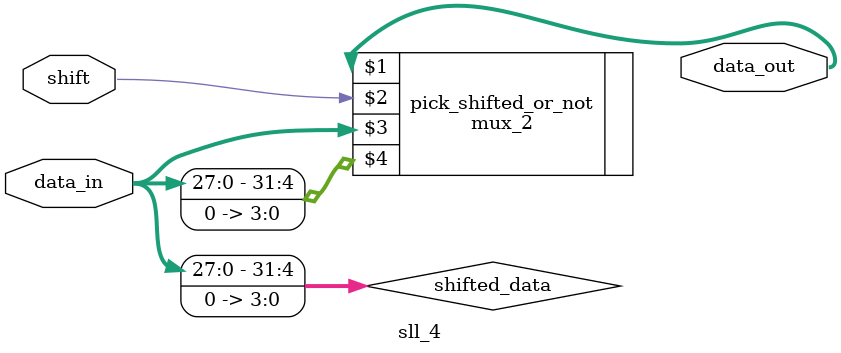
<source format=v>
module sll_4(data_out, data_in, shift);
    input [31:0] data_in;
    input shift;

    output [31:0] data_out;

    wire [31:0] shifted_data;

    assign shifted_data[3:0] = 0;
    assign shifted_data[31:4] = data_in[27:0];

    mux_2 pick_shifted_or_not(data_out, shift, data_in, shifted_data);

endmodule
</source>
